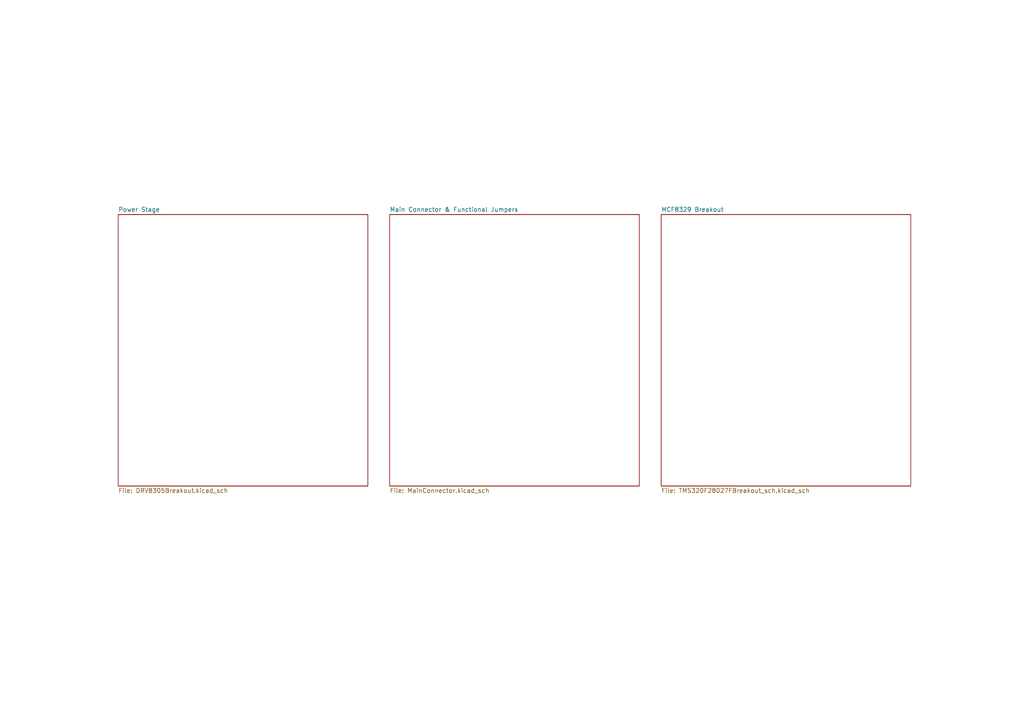
<source format=kicad_sch>
(kicad_sch
	(version 20231120)
	(generator "eeschema")
	(generator_version "8.0")
	(uuid "6c304649-7c80-4a4c-b925-07b9210ad53d")
	(paper "A4")
	(title_block
		(title "Easy BLDC")
		(date "2024-08-06")
		(rev "2.0")
		(company "Peter Buckley Engineering")
	)
	(lib_symbols)
	(sheet
		(at 113.03 62.23)
		(size 72.39 78.74)
		(fields_autoplaced yes)
		(stroke
			(width 0.1524)
			(type solid)
		)
		(fill
			(color 0 0 0 0.0000)
		)
		(uuid "22fb4715-9f33-45f1-b8d4-9537d945fe69")
		(property "Sheetname" "Main Connector & Functional Jumpers"
			(at 113.03 61.5184 0)
			(effects
				(font
					(size 1.27 1.27)
				)
				(justify left bottom)
			)
		)
		(property "Sheetfile" "MainConnector.kicad_sch"
			(at 113.03 141.5546 0)
			(effects
				(font
					(size 1.27 1.27)
				)
				(justify left top)
			)
		)
		(instances
			(project "EasyBLDCV2_MCF8329"
				(path "/6c304649-7c80-4a4c-b925-07b9210ad53d"
					(page "1")
				)
			)
		)
	)
	(sheet
		(at 191.77 62.23)
		(size 72.39 78.74)
		(fields_autoplaced yes)
		(stroke
			(width 0.1524)
			(type solid)
		)
		(fill
			(color 0 0 0 0.0000)
		)
		(uuid "8049925a-2faa-4187-b86e-b6208aed2e10")
		(property "Sheetname" "MCF8329 Breakout"
			(at 191.77 61.5184 0)
			(effects
				(font
					(size 1.27 1.27)
				)
				(justify left bottom)
			)
		)
		(property "Sheetfile" "TMS320F28027FBreakout_sch.kicad_sch"
			(at 191.77 141.5546 0)
			(effects
				(font
					(size 1.27 1.27)
				)
				(justify left top)
			)
		)
		(instances
			(project "EasyBLDCV2_MCF8329"
				(path "/6c304649-7c80-4a4c-b925-07b9210ad53d"
					(page "3")
				)
			)
		)
	)
	(sheet
		(at 34.29 62.23)
		(size 72.39 78.74)
		(fields_autoplaced yes)
		(stroke
			(width 0.1524)
			(type solid)
		)
		(fill
			(color 0 0 0 0.0000)
		)
		(uuid "8a0cf24a-00c0-47a8-b582-1a7bbe5ca078")
		(property "Sheetname" "Power Stage"
			(at 34.29 61.5184 0)
			(effects
				(font
					(size 1.27 1.27)
				)
				(justify left bottom)
			)
		)
		(property "Sheetfile" "DRV8305Breakout.kicad_sch"
			(at 34.29 141.5546 0)
			(effects
				(font
					(size 1.27 1.27)
				)
				(justify left top)
			)
		)
		(instances
			(project "EasyBLDCV2_MCF8329"
				(path "/6c304649-7c80-4a4c-b925-07b9210ad53d"
					(page "2")
				)
			)
		)
	)
	(sheet_instances
		(path "/"
			(page "1")
		)
	)
)

</source>
